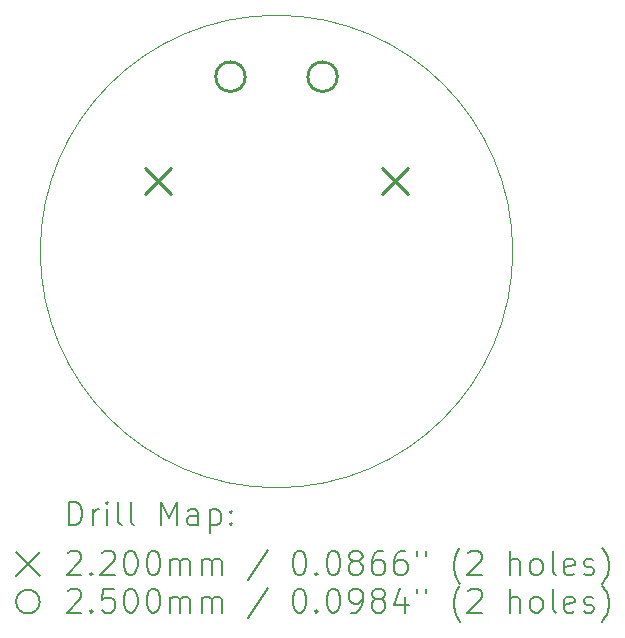
<source format=gbr>
%TF.GenerationSoftware,KiCad,Pcbnew,7.0.1*%
%TF.CreationDate,2023-03-29T13:12:42+01:00*%
%TF.ProjectId,LedBoard,4c656442-6f61-4726-942e-6b696361645f,rev?*%
%TF.SameCoordinates,Original*%
%TF.FileFunction,Drillmap*%
%TF.FilePolarity,Positive*%
%FSLAX45Y45*%
G04 Gerber Fmt 4.5, Leading zero omitted, Abs format (unit mm)*
G04 Created by KiCad (PCBNEW 7.0.1) date 2023-03-29 13:12:42*
%MOMM*%
%LPD*%
G01*
G04 APERTURE LIST*
%ADD10C,0.100000*%
%ADD11C,0.200000*%
%ADD12C,0.220000*%
%ADD13C,0.250000*%
G04 APERTURE END LIST*
D10*
X11000000Y-3700000D02*
G75*
G03*
X11000000Y-3700000I-2000000J0D01*
G01*
D11*
D12*
X7890000Y-2990000D02*
X8110000Y-3210000D01*
X8110000Y-2990000D02*
X7890000Y-3210000D01*
X9890000Y-2990000D02*
X10110000Y-3210000D01*
X10110000Y-2990000D02*
X9890000Y-3210000D01*
D13*
X8735000Y-2220000D02*
G75*
G03*
X8735000Y-2220000I-125000J0D01*
G01*
X9515000Y-2220000D02*
G75*
G03*
X9515000Y-2220000I-125000J0D01*
G01*
D11*
X7242619Y-6017524D02*
X7242619Y-5817524D01*
X7242619Y-5817524D02*
X7290238Y-5817524D01*
X7290238Y-5817524D02*
X7318809Y-5827048D01*
X7318809Y-5827048D02*
X7337857Y-5846095D01*
X7337857Y-5846095D02*
X7347381Y-5865143D01*
X7347381Y-5865143D02*
X7356905Y-5903238D01*
X7356905Y-5903238D02*
X7356905Y-5931809D01*
X7356905Y-5931809D02*
X7347381Y-5969905D01*
X7347381Y-5969905D02*
X7337857Y-5988952D01*
X7337857Y-5988952D02*
X7318809Y-6008000D01*
X7318809Y-6008000D02*
X7290238Y-6017524D01*
X7290238Y-6017524D02*
X7242619Y-6017524D01*
X7442619Y-6017524D02*
X7442619Y-5884190D01*
X7442619Y-5922286D02*
X7452143Y-5903238D01*
X7452143Y-5903238D02*
X7461667Y-5893714D01*
X7461667Y-5893714D02*
X7480714Y-5884190D01*
X7480714Y-5884190D02*
X7499762Y-5884190D01*
X7566428Y-6017524D02*
X7566428Y-5884190D01*
X7566428Y-5817524D02*
X7556905Y-5827048D01*
X7556905Y-5827048D02*
X7566428Y-5836571D01*
X7566428Y-5836571D02*
X7575952Y-5827048D01*
X7575952Y-5827048D02*
X7566428Y-5817524D01*
X7566428Y-5817524D02*
X7566428Y-5836571D01*
X7690238Y-6017524D02*
X7671190Y-6008000D01*
X7671190Y-6008000D02*
X7661667Y-5988952D01*
X7661667Y-5988952D02*
X7661667Y-5817524D01*
X7795000Y-6017524D02*
X7775952Y-6008000D01*
X7775952Y-6008000D02*
X7766428Y-5988952D01*
X7766428Y-5988952D02*
X7766428Y-5817524D01*
X8023571Y-6017524D02*
X8023571Y-5817524D01*
X8023571Y-5817524D02*
X8090238Y-5960381D01*
X8090238Y-5960381D02*
X8156905Y-5817524D01*
X8156905Y-5817524D02*
X8156905Y-6017524D01*
X8337857Y-6017524D02*
X8337857Y-5912762D01*
X8337857Y-5912762D02*
X8328333Y-5893714D01*
X8328333Y-5893714D02*
X8309286Y-5884190D01*
X8309286Y-5884190D02*
X8271190Y-5884190D01*
X8271190Y-5884190D02*
X8252143Y-5893714D01*
X8337857Y-6008000D02*
X8318809Y-6017524D01*
X8318809Y-6017524D02*
X8271190Y-6017524D01*
X8271190Y-6017524D02*
X8252143Y-6008000D01*
X8252143Y-6008000D02*
X8242619Y-5988952D01*
X8242619Y-5988952D02*
X8242619Y-5969905D01*
X8242619Y-5969905D02*
X8252143Y-5950857D01*
X8252143Y-5950857D02*
X8271190Y-5941333D01*
X8271190Y-5941333D02*
X8318809Y-5941333D01*
X8318809Y-5941333D02*
X8337857Y-5931809D01*
X8433095Y-5884190D02*
X8433095Y-6084190D01*
X8433095Y-5893714D02*
X8452143Y-5884190D01*
X8452143Y-5884190D02*
X8490238Y-5884190D01*
X8490238Y-5884190D02*
X8509286Y-5893714D01*
X8509286Y-5893714D02*
X8518810Y-5903238D01*
X8518810Y-5903238D02*
X8528333Y-5922286D01*
X8528333Y-5922286D02*
X8528333Y-5979428D01*
X8528333Y-5979428D02*
X8518810Y-5998476D01*
X8518810Y-5998476D02*
X8509286Y-6008000D01*
X8509286Y-6008000D02*
X8490238Y-6017524D01*
X8490238Y-6017524D02*
X8452143Y-6017524D01*
X8452143Y-6017524D02*
X8433095Y-6008000D01*
X8614048Y-5998476D02*
X8623571Y-6008000D01*
X8623571Y-6008000D02*
X8614048Y-6017524D01*
X8614048Y-6017524D02*
X8604524Y-6008000D01*
X8604524Y-6008000D02*
X8614048Y-5998476D01*
X8614048Y-5998476D02*
X8614048Y-6017524D01*
X8614048Y-5893714D02*
X8623571Y-5903238D01*
X8623571Y-5903238D02*
X8614048Y-5912762D01*
X8614048Y-5912762D02*
X8604524Y-5903238D01*
X8604524Y-5903238D02*
X8614048Y-5893714D01*
X8614048Y-5893714D02*
X8614048Y-5912762D01*
X6795000Y-6245000D02*
X6995000Y-6445000D01*
X6995000Y-6245000D02*
X6795000Y-6445000D01*
X7233095Y-6256571D02*
X7242619Y-6247048D01*
X7242619Y-6247048D02*
X7261667Y-6237524D01*
X7261667Y-6237524D02*
X7309286Y-6237524D01*
X7309286Y-6237524D02*
X7328333Y-6247048D01*
X7328333Y-6247048D02*
X7337857Y-6256571D01*
X7337857Y-6256571D02*
X7347381Y-6275619D01*
X7347381Y-6275619D02*
X7347381Y-6294667D01*
X7347381Y-6294667D02*
X7337857Y-6323238D01*
X7337857Y-6323238D02*
X7223571Y-6437524D01*
X7223571Y-6437524D02*
X7347381Y-6437524D01*
X7433095Y-6418476D02*
X7442619Y-6428000D01*
X7442619Y-6428000D02*
X7433095Y-6437524D01*
X7433095Y-6437524D02*
X7423571Y-6428000D01*
X7423571Y-6428000D02*
X7433095Y-6418476D01*
X7433095Y-6418476D02*
X7433095Y-6437524D01*
X7518809Y-6256571D02*
X7528333Y-6247048D01*
X7528333Y-6247048D02*
X7547381Y-6237524D01*
X7547381Y-6237524D02*
X7595000Y-6237524D01*
X7595000Y-6237524D02*
X7614048Y-6247048D01*
X7614048Y-6247048D02*
X7623571Y-6256571D01*
X7623571Y-6256571D02*
X7633095Y-6275619D01*
X7633095Y-6275619D02*
X7633095Y-6294667D01*
X7633095Y-6294667D02*
X7623571Y-6323238D01*
X7623571Y-6323238D02*
X7509286Y-6437524D01*
X7509286Y-6437524D02*
X7633095Y-6437524D01*
X7756905Y-6237524D02*
X7775952Y-6237524D01*
X7775952Y-6237524D02*
X7795000Y-6247048D01*
X7795000Y-6247048D02*
X7804524Y-6256571D01*
X7804524Y-6256571D02*
X7814048Y-6275619D01*
X7814048Y-6275619D02*
X7823571Y-6313714D01*
X7823571Y-6313714D02*
X7823571Y-6361333D01*
X7823571Y-6361333D02*
X7814048Y-6399428D01*
X7814048Y-6399428D02*
X7804524Y-6418476D01*
X7804524Y-6418476D02*
X7795000Y-6428000D01*
X7795000Y-6428000D02*
X7775952Y-6437524D01*
X7775952Y-6437524D02*
X7756905Y-6437524D01*
X7756905Y-6437524D02*
X7737857Y-6428000D01*
X7737857Y-6428000D02*
X7728333Y-6418476D01*
X7728333Y-6418476D02*
X7718809Y-6399428D01*
X7718809Y-6399428D02*
X7709286Y-6361333D01*
X7709286Y-6361333D02*
X7709286Y-6313714D01*
X7709286Y-6313714D02*
X7718809Y-6275619D01*
X7718809Y-6275619D02*
X7728333Y-6256571D01*
X7728333Y-6256571D02*
X7737857Y-6247048D01*
X7737857Y-6247048D02*
X7756905Y-6237524D01*
X7947381Y-6237524D02*
X7966429Y-6237524D01*
X7966429Y-6237524D02*
X7985476Y-6247048D01*
X7985476Y-6247048D02*
X7995000Y-6256571D01*
X7995000Y-6256571D02*
X8004524Y-6275619D01*
X8004524Y-6275619D02*
X8014048Y-6313714D01*
X8014048Y-6313714D02*
X8014048Y-6361333D01*
X8014048Y-6361333D02*
X8004524Y-6399428D01*
X8004524Y-6399428D02*
X7995000Y-6418476D01*
X7995000Y-6418476D02*
X7985476Y-6428000D01*
X7985476Y-6428000D02*
X7966429Y-6437524D01*
X7966429Y-6437524D02*
X7947381Y-6437524D01*
X7947381Y-6437524D02*
X7928333Y-6428000D01*
X7928333Y-6428000D02*
X7918809Y-6418476D01*
X7918809Y-6418476D02*
X7909286Y-6399428D01*
X7909286Y-6399428D02*
X7899762Y-6361333D01*
X7899762Y-6361333D02*
X7899762Y-6313714D01*
X7899762Y-6313714D02*
X7909286Y-6275619D01*
X7909286Y-6275619D02*
X7918809Y-6256571D01*
X7918809Y-6256571D02*
X7928333Y-6247048D01*
X7928333Y-6247048D02*
X7947381Y-6237524D01*
X8099762Y-6437524D02*
X8099762Y-6304190D01*
X8099762Y-6323238D02*
X8109286Y-6313714D01*
X8109286Y-6313714D02*
X8128333Y-6304190D01*
X8128333Y-6304190D02*
X8156905Y-6304190D01*
X8156905Y-6304190D02*
X8175952Y-6313714D01*
X8175952Y-6313714D02*
X8185476Y-6332762D01*
X8185476Y-6332762D02*
X8185476Y-6437524D01*
X8185476Y-6332762D02*
X8195000Y-6313714D01*
X8195000Y-6313714D02*
X8214048Y-6304190D01*
X8214048Y-6304190D02*
X8242619Y-6304190D01*
X8242619Y-6304190D02*
X8261667Y-6313714D01*
X8261667Y-6313714D02*
X8271190Y-6332762D01*
X8271190Y-6332762D02*
X8271190Y-6437524D01*
X8366429Y-6437524D02*
X8366429Y-6304190D01*
X8366429Y-6323238D02*
X8375952Y-6313714D01*
X8375952Y-6313714D02*
X8395000Y-6304190D01*
X8395000Y-6304190D02*
X8423572Y-6304190D01*
X8423572Y-6304190D02*
X8442619Y-6313714D01*
X8442619Y-6313714D02*
X8452143Y-6332762D01*
X8452143Y-6332762D02*
X8452143Y-6437524D01*
X8452143Y-6332762D02*
X8461667Y-6313714D01*
X8461667Y-6313714D02*
X8480714Y-6304190D01*
X8480714Y-6304190D02*
X8509286Y-6304190D01*
X8509286Y-6304190D02*
X8528333Y-6313714D01*
X8528333Y-6313714D02*
X8537857Y-6332762D01*
X8537857Y-6332762D02*
X8537857Y-6437524D01*
X8928333Y-6228000D02*
X8756905Y-6485143D01*
X9185476Y-6237524D02*
X9204524Y-6237524D01*
X9204524Y-6237524D02*
X9223572Y-6247048D01*
X9223572Y-6247048D02*
X9233095Y-6256571D01*
X9233095Y-6256571D02*
X9242619Y-6275619D01*
X9242619Y-6275619D02*
X9252143Y-6313714D01*
X9252143Y-6313714D02*
X9252143Y-6361333D01*
X9252143Y-6361333D02*
X9242619Y-6399428D01*
X9242619Y-6399428D02*
X9233095Y-6418476D01*
X9233095Y-6418476D02*
X9223572Y-6428000D01*
X9223572Y-6428000D02*
X9204524Y-6437524D01*
X9204524Y-6437524D02*
X9185476Y-6437524D01*
X9185476Y-6437524D02*
X9166429Y-6428000D01*
X9166429Y-6428000D02*
X9156905Y-6418476D01*
X9156905Y-6418476D02*
X9147381Y-6399428D01*
X9147381Y-6399428D02*
X9137857Y-6361333D01*
X9137857Y-6361333D02*
X9137857Y-6313714D01*
X9137857Y-6313714D02*
X9147381Y-6275619D01*
X9147381Y-6275619D02*
X9156905Y-6256571D01*
X9156905Y-6256571D02*
X9166429Y-6247048D01*
X9166429Y-6247048D02*
X9185476Y-6237524D01*
X9337857Y-6418476D02*
X9347381Y-6428000D01*
X9347381Y-6428000D02*
X9337857Y-6437524D01*
X9337857Y-6437524D02*
X9328334Y-6428000D01*
X9328334Y-6428000D02*
X9337857Y-6418476D01*
X9337857Y-6418476D02*
X9337857Y-6437524D01*
X9471191Y-6237524D02*
X9490238Y-6237524D01*
X9490238Y-6237524D02*
X9509286Y-6247048D01*
X9509286Y-6247048D02*
X9518810Y-6256571D01*
X9518810Y-6256571D02*
X9528334Y-6275619D01*
X9528334Y-6275619D02*
X9537857Y-6313714D01*
X9537857Y-6313714D02*
X9537857Y-6361333D01*
X9537857Y-6361333D02*
X9528334Y-6399428D01*
X9528334Y-6399428D02*
X9518810Y-6418476D01*
X9518810Y-6418476D02*
X9509286Y-6428000D01*
X9509286Y-6428000D02*
X9490238Y-6437524D01*
X9490238Y-6437524D02*
X9471191Y-6437524D01*
X9471191Y-6437524D02*
X9452143Y-6428000D01*
X9452143Y-6428000D02*
X9442619Y-6418476D01*
X9442619Y-6418476D02*
X9433095Y-6399428D01*
X9433095Y-6399428D02*
X9423572Y-6361333D01*
X9423572Y-6361333D02*
X9423572Y-6313714D01*
X9423572Y-6313714D02*
X9433095Y-6275619D01*
X9433095Y-6275619D02*
X9442619Y-6256571D01*
X9442619Y-6256571D02*
X9452143Y-6247048D01*
X9452143Y-6247048D02*
X9471191Y-6237524D01*
X9652143Y-6323238D02*
X9633095Y-6313714D01*
X9633095Y-6313714D02*
X9623572Y-6304190D01*
X9623572Y-6304190D02*
X9614048Y-6285143D01*
X9614048Y-6285143D02*
X9614048Y-6275619D01*
X9614048Y-6275619D02*
X9623572Y-6256571D01*
X9623572Y-6256571D02*
X9633095Y-6247048D01*
X9633095Y-6247048D02*
X9652143Y-6237524D01*
X9652143Y-6237524D02*
X9690238Y-6237524D01*
X9690238Y-6237524D02*
X9709286Y-6247048D01*
X9709286Y-6247048D02*
X9718810Y-6256571D01*
X9718810Y-6256571D02*
X9728334Y-6275619D01*
X9728334Y-6275619D02*
X9728334Y-6285143D01*
X9728334Y-6285143D02*
X9718810Y-6304190D01*
X9718810Y-6304190D02*
X9709286Y-6313714D01*
X9709286Y-6313714D02*
X9690238Y-6323238D01*
X9690238Y-6323238D02*
X9652143Y-6323238D01*
X9652143Y-6323238D02*
X9633095Y-6332762D01*
X9633095Y-6332762D02*
X9623572Y-6342286D01*
X9623572Y-6342286D02*
X9614048Y-6361333D01*
X9614048Y-6361333D02*
X9614048Y-6399428D01*
X9614048Y-6399428D02*
X9623572Y-6418476D01*
X9623572Y-6418476D02*
X9633095Y-6428000D01*
X9633095Y-6428000D02*
X9652143Y-6437524D01*
X9652143Y-6437524D02*
X9690238Y-6437524D01*
X9690238Y-6437524D02*
X9709286Y-6428000D01*
X9709286Y-6428000D02*
X9718810Y-6418476D01*
X9718810Y-6418476D02*
X9728334Y-6399428D01*
X9728334Y-6399428D02*
X9728334Y-6361333D01*
X9728334Y-6361333D02*
X9718810Y-6342286D01*
X9718810Y-6342286D02*
X9709286Y-6332762D01*
X9709286Y-6332762D02*
X9690238Y-6323238D01*
X9899762Y-6237524D02*
X9861667Y-6237524D01*
X9861667Y-6237524D02*
X9842619Y-6247048D01*
X9842619Y-6247048D02*
X9833095Y-6256571D01*
X9833095Y-6256571D02*
X9814048Y-6285143D01*
X9814048Y-6285143D02*
X9804524Y-6323238D01*
X9804524Y-6323238D02*
X9804524Y-6399428D01*
X9804524Y-6399428D02*
X9814048Y-6418476D01*
X9814048Y-6418476D02*
X9823572Y-6428000D01*
X9823572Y-6428000D02*
X9842619Y-6437524D01*
X9842619Y-6437524D02*
X9880715Y-6437524D01*
X9880715Y-6437524D02*
X9899762Y-6428000D01*
X9899762Y-6428000D02*
X9909286Y-6418476D01*
X9909286Y-6418476D02*
X9918810Y-6399428D01*
X9918810Y-6399428D02*
X9918810Y-6351809D01*
X9918810Y-6351809D02*
X9909286Y-6332762D01*
X9909286Y-6332762D02*
X9899762Y-6323238D01*
X9899762Y-6323238D02*
X9880715Y-6313714D01*
X9880715Y-6313714D02*
X9842619Y-6313714D01*
X9842619Y-6313714D02*
X9823572Y-6323238D01*
X9823572Y-6323238D02*
X9814048Y-6332762D01*
X9814048Y-6332762D02*
X9804524Y-6351809D01*
X10090238Y-6237524D02*
X10052143Y-6237524D01*
X10052143Y-6237524D02*
X10033095Y-6247048D01*
X10033095Y-6247048D02*
X10023572Y-6256571D01*
X10023572Y-6256571D02*
X10004524Y-6285143D01*
X10004524Y-6285143D02*
X9995000Y-6323238D01*
X9995000Y-6323238D02*
X9995000Y-6399428D01*
X9995000Y-6399428D02*
X10004524Y-6418476D01*
X10004524Y-6418476D02*
X10014048Y-6428000D01*
X10014048Y-6428000D02*
X10033095Y-6437524D01*
X10033095Y-6437524D02*
X10071191Y-6437524D01*
X10071191Y-6437524D02*
X10090238Y-6428000D01*
X10090238Y-6428000D02*
X10099762Y-6418476D01*
X10099762Y-6418476D02*
X10109286Y-6399428D01*
X10109286Y-6399428D02*
X10109286Y-6351809D01*
X10109286Y-6351809D02*
X10099762Y-6332762D01*
X10099762Y-6332762D02*
X10090238Y-6323238D01*
X10090238Y-6323238D02*
X10071191Y-6313714D01*
X10071191Y-6313714D02*
X10033095Y-6313714D01*
X10033095Y-6313714D02*
X10014048Y-6323238D01*
X10014048Y-6323238D02*
X10004524Y-6332762D01*
X10004524Y-6332762D02*
X9995000Y-6351809D01*
X10185476Y-6237524D02*
X10185476Y-6275619D01*
X10261667Y-6237524D02*
X10261667Y-6275619D01*
X10556905Y-6513714D02*
X10547381Y-6504190D01*
X10547381Y-6504190D02*
X10528334Y-6475619D01*
X10528334Y-6475619D02*
X10518810Y-6456571D01*
X10518810Y-6456571D02*
X10509286Y-6428000D01*
X10509286Y-6428000D02*
X10499762Y-6380381D01*
X10499762Y-6380381D02*
X10499762Y-6342286D01*
X10499762Y-6342286D02*
X10509286Y-6294667D01*
X10509286Y-6294667D02*
X10518810Y-6266095D01*
X10518810Y-6266095D02*
X10528334Y-6247048D01*
X10528334Y-6247048D02*
X10547381Y-6218476D01*
X10547381Y-6218476D02*
X10556905Y-6208952D01*
X10623572Y-6256571D02*
X10633096Y-6247048D01*
X10633096Y-6247048D02*
X10652143Y-6237524D01*
X10652143Y-6237524D02*
X10699762Y-6237524D01*
X10699762Y-6237524D02*
X10718810Y-6247048D01*
X10718810Y-6247048D02*
X10728334Y-6256571D01*
X10728334Y-6256571D02*
X10737857Y-6275619D01*
X10737857Y-6275619D02*
X10737857Y-6294667D01*
X10737857Y-6294667D02*
X10728334Y-6323238D01*
X10728334Y-6323238D02*
X10614048Y-6437524D01*
X10614048Y-6437524D02*
X10737857Y-6437524D01*
X10975953Y-6437524D02*
X10975953Y-6237524D01*
X11061667Y-6437524D02*
X11061667Y-6332762D01*
X11061667Y-6332762D02*
X11052143Y-6313714D01*
X11052143Y-6313714D02*
X11033096Y-6304190D01*
X11033096Y-6304190D02*
X11004524Y-6304190D01*
X11004524Y-6304190D02*
X10985477Y-6313714D01*
X10985477Y-6313714D02*
X10975953Y-6323238D01*
X11185476Y-6437524D02*
X11166429Y-6428000D01*
X11166429Y-6428000D02*
X11156905Y-6418476D01*
X11156905Y-6418476D02*
X11147381Y-6399428D01*
X11147381Y-6399428D02*
X11147381Y-6342286D01*
X11147381Y-6342286D02*
X11156905Y-6323238D01*
X11156905Y-6323238D02*
X11166429Y-6313714D01*
X11166429Y-6313714D02*
X11185476Y-6304190D01*
X11185476Y-6304190D02*
X11214048Y-6304190D01*
X11214048Y-6304190D02*
X11233096Y-6313714D01*
X11233096Y-6313714D02*
X11242619Y-6323238D01*
X11242619Y-6323238D02*
X11252143Y-6342286D01*
X11252143Y-6342286D02*
X11252143Y-6399428D01*
X11252143Y-6399428D02*
X11242619Y-6418476D01*
X11242619Y-6418476D02*
X11233096Y-6428000D01*
X11233096Y-6428000D02*
X11214048Y-6437524D01*
X11214048Y-6437524D02*
X11185476Y-6437524D01*
X11366429Y-6437524D02*
X11347381Y-6428000D01*
X11347381Y-6428000D02*
X11337857Y-6408952D01*
X11337857Y-6408952D02*
X11337857Y-6237524D01*
X11518810Y-6428000D02*
X11499762Y-6437524D01*
X11499762Y-6437524D02*
X11461667Y-6437524D01*
X11461667Y-6437524D02*
X11442619Y-6428000D01*
X11442619Y-6428000D02*
X11433096Y-6408952D01*
X11433096Y-6408952D02*
X11433096Y-6332762D01*
X11433096Y-6332762D02*
X11442619Y-6313714D01*
X11442619Y-6313714D02*
X11461667Y-6304190D01*
X11461667Y-6304190D02*
X11499762Y-6304190D01*
X11499762Y-6304190D02*
X11518810Y-6313714D01*
X11518810Y-6313714D02*
X11528334Y-6332762D01*
X11528334Y-6332762D02*
X11528334Y-6351809D01*
X11528334Y-6351809D02*
X11433096Y-6370857D01*
X11604524Y-6428000D02*
X11623572Y-6437524D01*
X11623572Y-6437524D02*
X11661667Y-6437524D01*
X11661667Y-6437524D02*
X11680715Y-6428000D01*
X11680715Y-6428000D02*
X11690238Y-6408952D01*
X11690238Y-6408952D02*
X11690238Y-6399428D01*
X11690238Y-6399428D02*
X11680715Y-6380381D01*
X11680715Y-6380381D02*
X11661667Y-6370857D01*
X11661667Y-6370857D02*
X11633096Y-6370857D01*
X11633096Y-6370857D02*
X11614048Y-6361333D01*
X11614048Y-6361333D02*
X11604524Y-6342286D01*
X11604524Y-6342286D02*
X11604524Y-6332762D01*
X11604524Y-6332762D02*
X11614048Y-6313714D01*
X11614048Y-6313714D02*
X11633096Y-6304190D01*
X11633096Y-6304190D02*
X11661667Y-6304190D01*
X11661667Y-6304190D02*
X11680715Y-6313714D01*
X11756905Y-6513714D02*
X11766429Y-6504190D01*
X11766429Y-6504190D02*
X11785477Y-6475619D01*
X11785477Y-6475619D02*
X11795000Y-6456571D01*
X11795000Y-6456571D02*
X11804524Y-6428000D01*
X11804524Y-6428000D02*
X11814048Y-6380381D01*
X11814048Y-6380381D02*
X11814048Y-6342286D01*
X11814048Y-6342286D02*
X11804524Y-6294667D01*
X11804524Y-6294667D02*
X11795000Y-6266095D01*
X11795000Y-6266095D02*
X11785477Y-6247048D01*
X11785477Y-6247048D02*
X11766429Y-6218476D01*
X11766429Y-6218476D02*
X11756905Y-6208952D01*
X6995000Y-6665000D02*
G75*
G03*
X6995000Y-6665000I-100000J0D01*
G01*
X7233095Y-6576571D02*
X7242619Y-6567048D01*
X7242619Y-6567048D02*
X7261667Y-6557524D01*
X7261667Y-6557524D02*
X7309286Y-6557524D01*
X7309286Y-6557524D02*
X7328333Y-6567048D01*
X7328333Y-6567048D02*
X7337857Y-6576571D01*
X7337857Y-6576571D02*
X7347381Y-6595619D01*
X7347381Y-6595619D02*
X7347381Y-6614667D01*
X7347381Y-6614667D02*
X7337857Y-6643238D01*
X7337857Y-6643238D02*
X7223571Y-6757524D01*
X7223571Y-6757524D02*
X7347381Y-6757524D01*
X7433095Y-6738476D02*
X7442619Y-6748000D01*
X7442619Y-6748000D02*
X7433095Y-6757524D01*
X7433095Y-6757524D02*
X7423571Y-6748000D01*
X7423571Y-6748000D02*
X7433095Y-6738476D01*
X7433095Y-6738476D02*
X7433095Y-6757524D01*
X7623571Y-6557524D02*
X7528333Y-6557524D01*
X7528333Y-6557524D02*
X7518809Y-6652762D01*
X7518809Y-6652762D02*
X7528333Y-6643238D01*
X7528333Y-6643238D02*
X7547381Y-6633714D01*
X7547381Y-6633714D02*
X7595000Y-6633714D01*
X7595000Y-6633714D02*
X7614048Y-6643238D01*
X7614048Y-6643238D02*
X7623571Y-6652762D01*
X7623571Y-6652762D02*
X7633095Y-6671809D01*
X7633095Y-6671809D02*
X7633095Y-6719428D01*
X7633095Y-6719428D02*
X7623571Y-6738476D01*
X7623571Y-6738476D02*
X7614048Y-6748000D01*
X7614048Y-6748000D02*
X7595000Y-6757524D01*
X7595000Y-6757524D02*
X7547381Y-6757524D01*
X7547381Y-6757524D02*
X7528333Y-6748000D01*
X7528333Y-6748000D02*
X7518809Y-6738476D01*
X7756905Y-6557524D02*
X7775952Y-6557524D01*
X7775952Y-6557524D02*
X7795000Y-6567048D01*
X7795000Y-6567048D02*
X7804524Y-6576571D01*
X7804524Y-6576571D02*
X7814048Y-6595619D01*
X7814048Y-6595619D02*
X7823571Y-6633714D01*
X7823571Y-6633714D02*
X7823571Y-6681333D01*
X7823571Y-6681333D02*
X7814048Y-6719428D01*
X7814048Y-6719428D02*
X7804524Y-6738476D01*
X7804524Y-6738476D02*
X7795000Y-6748000D01*
X7795000Y-6748000D02*
X7775952Y-6757524D01*
X7775952Y-6757524D02*
X7756905Y-6757524D01*
X7756905Y-6757524D02*
X7737857Y-6748000D01*
X7737857Y-6748000D02*
X7728333Y-6738476D01*
X7728333Y-6738476D02*
X7718809Y-6719428D01*
X7718809Y-6719428D02*
X7709286Y-6681333D01*
X7709286Y-6681333D02*
X7709286Y-6633714D01*
X7709286Y-6633714D02*
X7718809Y-6595619D01*
X7718809Y-6595619D02*
X7728333Y-6576571D01*
X7728333Y-6576571D02*
X7737857Y-6567048D01*
X7737857Y-6567048D02*
X7756905Y-6557524D01*
X7947381Y-6557524D02*
X7966429Y-6557524D01*
X7966429Y-6557524D02*
X7985476Y-6567048D01*
X7985476Y-6567048D02*
X7995000Y-6576571D01*
X7995000Y-6576571D02*
X8004524Y-6595619D01*
X8004524Y-6595619D02*
X8014048Y-6633714D01*
X8014048Y-6633714D02*
X8014048Y-6681333D01*
X8014048Y-6681333D02*
X8004524Y-6719428D01*
X8004524Y-6719428D02*
X7995000Y-6738476D01*
X7995000Y-6738476D02*
X7985476Y-6748000D01*
X7985476Y-6748000D02*
X7966429Y-6757524D01*
X7966429Y-6757524D02*
X7947381Y-6757524D01*
X7947381Y-6757524D02*
X7928333Y-6748000D01*
X7928333Y-6748000D02*
X7918809Y-6738476D01*
X7918809Y-6738476D02*
X7909286Y-6719428D01*
X7909286Y-6719428D02*
X7899762Y-6681333D01*
X7899762Y-6681333D02*
X7899762Y-6633714D01*
X7899762Y-6633714D02*
X7909286Y-6595619D01*
X7909286Y-6595619D02*
X7918809Y-6576571D01*
X7918809Y-6576571D02*
X7928333Y-6567048D01*
X7928333Y-6567048D02*
X7947381Y-6557524D01*
X8099762Y-6757524D02*
X8099762Y-6624190D01*
X8099762Y-6643238D02*
X8109286Y-6633714D01*
X8109286Y-6633714D02*
X8128333Y-6624190D01*
X8128333Y-6624190D02*
X8156905Y-6624190D01*
X8156905Y-6624190D02*
X8175952Y-6633714D01*
X8175952Y-6633714D02*
X8185476Y-6652762D01*
X8185476Y-6652762D02*
X8185476Y-6757524D01*
X8185476Y-6652762D02*
X8195000Y-6633714D01*
X8195000Y-6633714D02*
X8214048Y-6624190D01*
X8214048Y-6624190D02*
X8242619Y-6624190D01*
X8242619Y-6624190D02*
X8261667Y-6633714D01*
X8261667Y-6633714D02*
X8271190Y-6652762D01*
X8271190Y-6652762D02*
X8271190Y-6757524D01*
X8366429Y-6757524D02*
X8366429Y-6624190D01*
X8366429Y-6643238D02*
X8375952Y-6633714D01*
X8375952Y-6633714D02*
X8395000Y-6624190D01*
X8395000Y-6624190D02*
X8423572Y-6624190D01*
X8423572Y-6624190D02*
X8442619Y-6633714D01*
X8442619Y-6633714D02*
X8452143Y-6652762D01*
X8452143Y-6652762D02*
X8452143Y-6757524D01*
X8452143Y-6652762D02*
X8461667Y-6633714D01*
X8461667Y-6633714D02*
X8480714Y-6624190D01*
X8480714Y-6624190D02*
X8509286Y-6624190D01*
X8509286Y-6624190D02*
X8528333Y-6633714D01*
X8528333Y-6633714D02*
X8537857Y-6652762D01*
X8537857Y-6652762D02*
X8537857Y-6757524D01*
X8928333Y-6548000D02*
X8756905Y-6805143D01*
X9185476Y-6557524D02*
X9204524Y-6557524D01*
X9204524Y-6557524D02*
X9223572Y-6567048D01*
X9223572Y-6567048D02*
X9233095Y-6576571D01*
X9233095Y-6576571D02*
X9242619Y-6595619D01*
X9242619Y-6595619D02*
X9252143Y-6633714D01*
X9252143Y-6633714D02*
X9252143Y-6681333D01*
X9252143Y-6681333D02*
X9242619Y-6719428D01*
X9242619Y-6719428D02*
X9233095Y-6738476D01*
X9233095Y-6738476D02*
X9223572Y-6748000D01*
X9223572Y-6748000D02*
X9204524Y-6757524D01*
X9204524Y-6757524D02*
X9185476Y-6757524D01*
X9185476Y-6757524D02*
X9166429Y-6748000D01*
X9166429Y-6748000D02*
X9156905Y-6738476D01*
X9156905Y-6738476D02*
X9147381Y-6719428D01*
X9147381Y-6719428D02*
X9137857Y-6681333D01*
X9137857Y-6681333D02*
X9137857Y-6633714D01*
X9137857Y-6633714D02*
X9147381Y-6595619D01*
X9147381Y-6595619D02*
X9156905Y-6576571D01*
X9156905Y-6576571D02*
X9166429Y-6567048D01*
X9166429Y-6567048D02*
X9185476Y-6557524D01*
X9337857Y-6738476D02*
X9347381Y-6748000D01*
X9347381Y-6748000D02*
X9337857Y-6757524D01*
X9337857Y-6757524D02*
X9328334Y-6748000D01*
X9328334Y-6748000D02*
X9337857Y-6738476D01*
X9337857Y-6738476D02*
X9337857Y-6757524D01*
X9471191Y-6557524D02*
X9490238Y-6557524D01*
X9490238Y-6557524D02*
X9509286Y-6567048D01*
X9509286Y-6567048D02*
X9518810Y-6576571D01*
X9518810Y-6576571D02*
X9528334Y-6595619D01*
X9528334Y-6595619D02*
X9537857Y-6633714D01*
X9537857Y-6633714D02*
X9537857Y-6681333D01*
X9537857Y-6681333D02*
X9528334Y-6719428D01*
X9528334Y-6719428D02*
X9518810Y-6738476D01*
X9518810Y-6738476D02*
X9509286Y-6748000D01*
X9509286Y-6748000D02*
X9490238Y-6757524D01*
X9490238Y-6757524D02*
X9471191Y-6757524D01*
X9471191Y-6757524D02*
X9452143Y-6748000D01*
X9452143Y-6748000D02*
X9442619Y-6738476D01*
X9442619Y-6738476D02*
X9433095Y-6719428D01*
X9433095Y-6719428D02*
X9423572Y-6681333D01*
X9423572Y-6681333D02*
X9423572Y-6633714D01*
X9423572Y-6633714D02*
X9433095Y-6595619D01*
X9433095Y-6595619D02*
X9442619Y-6576571D01*
X9442619Y-6576571D02*
X9452143Y-6567048D01*
X9452143Y-6567048D02*
X9471191Y-6557524D01*
X9633095Y-6757524D02*
X9671191Y-6757524D01*
X9671191Y-6757524D02*
X9690238Y-6748000D01*
X9690238Y-6748000D02*
X9699762Y-6738476D01*
X9699762Y-6738476D02*
X9718810Y-6709905D01*
X9718810Y-6709905D02*
X9728334Y-6671809D01*
X9728334Y-6671809D02*
X9728334Y-6595619D01*
X9728334Y-6595619D02*
X9718810Y-6576571D01*
X9718810Y-6576571D02*
X9709286Y-6567048D01*
X9709286Y-6567048D02*
X9690238Y-6557524D01*
X9690238Y-6557524D02*
X9652143Y-6557524D01*
X9652143Y-6557524D02*
X9633095Y-6567048D01*
X9633095Y-6567048D02*
X9623572Y-6576571D01*
X9623572Y-6576571D02*
X9614048Y-6595619D01*
X9614048Y-6595619D02*
X9614048Y-6643238D01*
X9614048Y-6643238D02*
X9623572Y-6662286D01*
X9623572Y-6662286D02*
X9633095Y-6671809D01*
X9633095Y-6671809D02*
X9652143Y-6681333D01*
X9652143Y-6681333D02*
X9690238Y-6681333D01*
X9690238Y-6681333D02*
X9709286Y-6671809D01*
X9709286Y-6671809D02*
X9718810Y-6662286D01*
X9718810Y-6662286D02*
X9728334Y-6643238D01*
X9842619Y-6643238D02*
X9823572Y-6633714D01*
X9823572Y-6633714D02*
X9814048Y-6624190D01*
X9814048Y-6624190D02*
X9804524Y-6605143D01*
X9804524Y-6605143D02*
X9804524Y-6595619D01*
X9804524Y-6595619D02*
X9814048Y-6576571D01*
X9814048Y-6576571D02*
X9823572Y-6567048D01*
X9823572Y-6567048D02*
X9842619Y-6557524D01*
X9842619Y-6557524D02*
X9880715Y-6557524D01*
X9880715Y-6557524D02*
X9899762Y-6567048D01*
X9899762Y-6567048D02*
X9909286Y-6576571D01*
X9909286Y-6576571D02*
X9918810Y-6595619D01*
X9918810Y-6595619D02*
X9918810Y-6605143D01*
X9918810Y-6605143D02*
X9909286Y-6624190D01*
X9909286Y-6624190D02*
X9899762Y-6633714D01*
X9899762Y-6633714D02*
X9880715Y-6643238D01*
X9880715Y-6643238D02*
X9842619Y-6643238D01*
X9842619Y-6643238D02*
X9823572Y-6652762D01*
X9823572Y-6652762D02*
X9814048Y-6662286D01*
X9814048Y-6662286D02*
X9804524Y-6681333D01*
X9804524Y-6681333D02*
X9804524Y-6719428D01*
X9804524Y-6719428D02*
X9814048Y-6738476D01*
X9814048Y-6738476D02*
X9823572Y-6748000D01*
X9823572Y-6748000D02*
X9842619Y-6757524D01*
X9842619Y-6757524D02*
X9880715Y-6757524D01*
X9880715Y-6757524D02*
X9899762Y-6748000D01*
X9899762Y-6748000D02*
X9909286Y-6738476D01*
X9909286Y-6738476D02*
X9918810Y-6719428D01*
X9918810Y-6719428D02*
X9918810Y-6681333D01*
X9918810Y-6681333D02*
X9909286Y-6662286D01*
X9909286Y-6662286D02*
X9899762Y-6652762D01*
X9899762Y-6652762D02*
X9880715Y-6643238D01*
X10090238Y-6624190D02*
X10090238Y-6757524D01*
X10042619Y-6548000D02*
X9995000Y-6690857D01*
X9995000Y-6690857D02*
X10118810Y-6690857D01*
X10185476Y-6557524D02*
X10185476Y-6595619D01*
X10261667Y-6557524D02*
X10261667Y-6595619D01*
X10556905Y-6833714D02*
X10547381Y-6824190D01*
X10547381Y-6824190D02*
X10528334Y-6795619D01*
X10528334Y-6795619D02*
X10518810Y-6776571D01*
X10518810Y-6776571D02*
X10509286Y-6748000D01*
X10509286Y-6748000D02*
X10499762Y-6700381D01*
X10499762Y-6700381D02*
X10499762Y-6662286D01*
X10499762Y-6662286D02*
X10509286Y-6614667D01*
X10509286Y-6614667D02*
X10518810Y-6586095D01*
X10518810Y-6586095D02*
X10528334Y-6567048D01*
X10528334Y-6567048D02*
X10547381Y-6538476D01*
X10547381Y-6538476D02*
X10556905Y-6528952D01*
X10623572Y-6576571D02*
X10633096Y-6567048D01*
X10633096Y-6567048D02*
X10652143Y-6557524D01*
X10652143Y-6557524D02*
X10699762Y-6557524D01*
X10699762Y-6557524D02*
X10718810Y-6567048D01*
X10718810Y-6567048D02*
X10728334Y-6576571D01*
X10728334Y-6576571D02*
X10737857Y-6595619D01*
X10737857Y-6595619D02*
X10737857Y-6614667D01*
X10737857Y-6614667D02*
X10728334Y-6643238D01*
X10728334Y-6643238D02*
X10614048Y-6757524D01*
X10614048Y-6757524D02*
X10737857Y-6757524D01*
X10975953Y-6757524D02*
X10975953Y-6557524D01*
X11061667Y-6757524D02*
X11061667Y-6652762D01*
X11061667Y-6652762D02*
X11052143Y-6633714D01*
X11052143Y-6633714D02*
X11033096Y-6624190D01*
X11033096Y-6624190D02*
X11004524Y-6624190D01*
X11004524Y-6624190D02*
X10985477Y-6633714D01*
X10985477Y-6633714D02*
X10975953Y-6643238D01*
X11185476Y-6757524D02*
X11166429Y-6748000D01*
X11166429Y-6748000D02*
X11156905Y-6738476D01*
X11156905Y-6738476D02*
X11147381Y-6719428D01*
X11147381Y-6719428D02*
X11147381Y-6662286D01*
X11147381Y-6662286D02*
X11156905Y-6643238D01*
X11156905Y-6643238D02*
X11166429Y-6633714D01*
X11166429Y-6633714D02*
X11185476Y-6624190D01*
X11185476Y-6624190D02*
X11214048Y-6624190D01*
X11214048Y-6624190D02*
X11233096Y-6633714D01*
X11233096Y-6633714D02*
X11242619Y-6643238D01*
X11242619Y-6643238D02*
X11252143Y-6662286D01*
X11252143Y-6662286D02*
X11252143Y-6719428D01*
X11252143Y-6719428D02*
X11242619Y-6738476D01*
X11242619Y-6738476D02*
X11233096Y-6748000D01*
X11233096Y-6748000D02*
X11214048Y-6757524D01*
X11214048Y-6757524D02*
X11185476Y-6757524D01*
X11366429Y-6757524D02*
X11347381Y-6748000D01*
X11347381Y-6748000D02*
X11337857Y-6728952D01*
X11337857Y-6728952D02*
X11337857Y-6557524D01*
X11518810Y-6748000D02*
X11499762Y-6757524D01*
X11499762Y-6757524D02*
X11461667Y-6757524D01*
X11461667Y-6757524D02*
X11442619Y-6748000D01*
X11442619Y-6748000D02*
X11433096Y-6728952D01*
X11433096Y-6728952D02*
X11433096Y-6652762D01*
X11433096Y-6652762D02*
X11442619Y-6633714D01*
X11442619Y-6633714D02*
X11461667Y-6624190D01*
X11461667Y-6624190D02*
X11499762Y-6624190D01*
X11499762Y-6624190D02*
X11518810Y-6633714D01*
X11518810Y-6633714D02*
X11528334Y-6652762D01*
X11528334Y-6652762D02*
X11528334Y-6671809D01*
X11528334Y-6671809D02*
X11433096Y-6690857D01*
X11604524Y-6748000D02*
X11623572Y-6757524D01*
X11623572Y-6757524D02*
X11661667Y-6757524D01*
X11661667Y-6757524D02*
X11680715Y-6748000D01*
X11680715Y-6748000D02*
X11690238Y-6728952D01*
X11690238Y-6728952D02*
X11690238Y-6719428D01*
X11690238Y-6719428D02*
X11680715Y-6700381D01*
X11680715Y-6700381D02*
X11661667Y-6690857D01*
X11661667Y-6690857D02*
X11633096Y-6690857D01*
X11633096Y-6690857D02*
X11614048Y-6681333D01*
X11614048Y-6681333D02*
X11604524Y-6662286D01*
X11604524Y-6662286D02*
X11604524Y-6652762D01*
X11604524Y-6652762D02*
X11614048Y-6633714D01*
X11614048Y-6633714D02*
X11633096Y-6624190D01*
X11633096Y-6624190D02*
X11661667Y-6624190D01*
X11661667Y-6624190D02*
X11680715Y-6633714D01*
X11756905Y-6833714D02*
X11766429Y-6824190D01*
X11766429Y-6824190D02*
X11785477Y-6795619D01*
X11785477Y-6795619D02*
X11795000Y-6776571D01*
X11795000Y-6776571D02*
X11804524Y-6748000D01*
X11804524Y-6748000D02*
X11814048Y-6700381D01*
X11814048Y-6700381D02*
X11814048Y-6662286D01*
X11814048Y-6662286D02*
X11804524Y-6614667D01*
X11804524Y-6614667D02*
X11795000Y-6586095D01*
X11795000Y-6586095D02*
X11785477Y-6567048D01*
X11785477Y-6567048D02*
X11766429Y-6538476D01*
X11766429Y-6538476D02*
X11756905Y-6528952D01*
M02*

</source>
